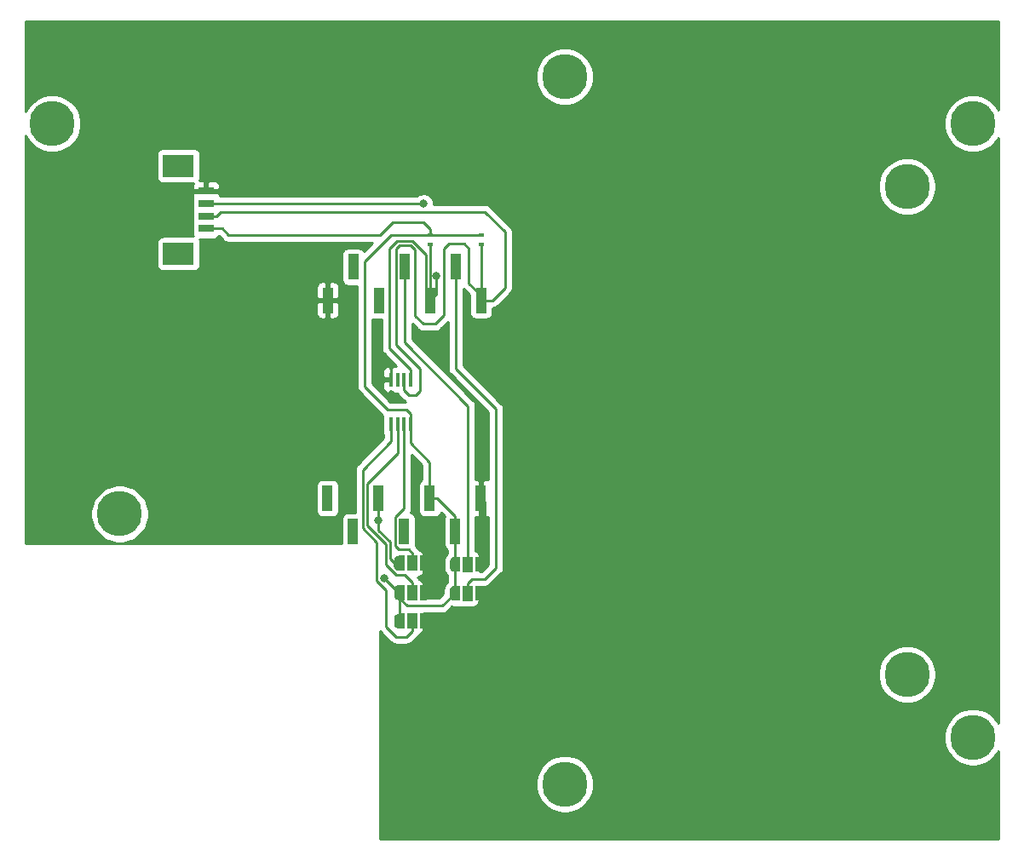
<source format=gbr>
G04 #@! TF.GenerationSoftware,KiCad,Pcbnew,(5.1.2)-2*
G04 #@! TF.CreationDate,2021-09-09T10:29:02-03:00*
G04 #@! TF.ProjectId,MAG_Plus,4d41475f-506c-4757-932e-6b696361645f,rev?*
G04 #@! TF.SameCoordinates,Original*
G04 #@! TF.FileFunction,Copper,L1,Top*
G04 #@! TF.FilePolarity,Positive*
%FSLAX46Y46*%
G04 Gerber Fmt 4.6, Leading zero omitted, Abs format (unit mm)*
G04 Created by KiCad (PCBNEW (5.1.2)-2) date 2021-09-09 10:29:02*
%MOMM*%
%LPD*%
G04 APERTURE LIST*
%ADD10C,4.500000*%
%ADD11C,0.500000*%
%ADD12C,0.100000*%
%ADD13R,1.000000X1.500000*%
%ADD14R,1.000000X2.510000*%
%ADD15R,3.100000X2.200000*%
%ADD16R,1.500000X0.800000*%
%ADD17R,0.450000X1.450000*%
%ADD18R,0.600000X0.400000*%
%ADD19C,0.800000*%
%ADD20C,0.250000*%
%ADD21C,0.254000*%
G04 APERTURE END LIST*
D10*
X468490000Y-86270000D03*
X553290000Y-47470000D03*
X461790000Y-47470000D03*
X553290000Y-108470000D03*
X546740000Y-53730000D03*
X546740000Y-102230000D03*
X512730000Y-42800000D03*
X512730000Y-113130000D03*
D11*
X496260000Y-94090000D03*
D12*
G36*
X496810000Y-94840000D02*
G01*
X496260000Y-94840000D01*
X496260000Y-94839398D01*
X496235466Y-94839398D01*
X496186635Y-94834588D01*
X496138510Y-94825016D01*
X496091555Y-94810772D01*
X496046222Y-94791995D01*
X496002949Y-94768864D01*
X495962150Y-94741604D01*
X495924221Y-94710476D01*
X495889524Y-94675779D01*
X495858396Y-94637850D01*
X495831136Y-94597051D01*
X495808005Y-94553778D01*
X495789228Y-94508445D01*
X495774984Y-94461490D01*
X495765412Y-94413365D01*
X495760602Y-94364534D01*
X495760602Y-94340000D01*
X495760000Y-94340000D01*
X495760000Y-93840000D01*
X495760602Y-93840000D01*
X495760602Y-93815466D01*
X495765412Y-93766635D01*
X495774984Y-93718510D01*
X495789228Y-93671555D01*
X495808005Y-93626222D01*
X495831136Y-93582949D01*
X495858396Y-93542150D01*
X495889524Y-93504221D01*
X495924221Y-93469524D01*
X495962150Y-93438396D01*
X496002949Y-93411136D01*
X496046222Y-93388005D01*
X496091555Y-93369228D01*
X496138510Y-93354984D01*
X496186635Y-93345412D01*
X496235466Y-93340602D01*
X496260000Y-93340602D01*
X496260000Y-93340000D01*
X496810000Y-93340000D01*
X496810000Y-94840000D01*
X496810000Y-94840000D01*
G37*
D11*
X498860000Y-94090000D03*
D12*
G36*
X498860000Y-93340602D02*
G01*
X498884534Y-93340602D01*
X498933365Y-93345412D01*
X498981490Y-93354984D01*
X499028445Y-93369228D01*
X499073778Y-93388005D01*
X499117051Y-93411136D01*
X499157850Y-93438396D01*
X499195779Y-93469524D01*
X499230476Y-93504221D01*
X499261604Y-93542150D01*
X499288864Y-93582949D01*
X499311995Y-93626222D01*
X499330772Y-93671555D01*
X499345016Y-93718510D01*
X499354588Y-93766635D01*
X499359398Y-93815466D01*
X499359398Y-93840000D01*
X499360000Y-93840000D01*
X499360000Y-94340000D01*
X499359398Y-94340000D01*
X499359398Y-94364534D01*
X499354588Y-94413365D01*
X499345016Y-94461490D01*
X499330772Y-94508445D01*
X499311995Y-94553778D01*
X499288864Y-94597051D01*
X499261604Y-94637850D01*
X499230476Y-94675779D01*
X499195779Y-94710476D01*
X499157850Y-94741604D01*
X499117051Y-94768864D01*
X499073778Y-94791995D01*
X499028445Y-94810772D01*
X498981490Y-94825016D01*
X498933365Y-94834588D01*
X498884534Y-94839398D01*
X498860000Y-94839398D01*
X498860000Y-94840000D01*
X498310000Y-94840000D01*
X498310000Y-93340000D01*
X498860000Y-93340000D01*
X498860000Y-93340602D01*
X498860000Y-93340602D01*
G37*
D13*
X497560000Y-94090000D03*
D14*
X489170000Y-65025000D03*
X494250000Y-65025000D03*
X499330000Y-65025000D03*
X504410000Y-65025000D03*
X491710000Y-61715000D03*
X496790000Y-61715000D03*
X501870000Y-61715000D03*
D15*
X474335000Y-60405000D03*
X474335000Y-51655000D03*
D16*
X477085000Y-57905000D03*
X477085000Y-56655000D03*
X477085000Y-55405000D03*
X477085000Y-54155000D03*
D11*
X501810000Y-91280000D03*
D12*
G36*
X502360000Y-92030000D02*
G01*
X501810000Y-92030000D01*
X501810000Y-92029398D01*
X501785466Y-92029398D01*
X501736635Y-92024588D01*
X501688510Y-92015016D01*
X501641555Y-92000772D01*
X501596222Y-91981995D01*
X501552949Y-91958864D01*
X501512150Y-91931604D01*
X501474221Y-91900476D01*
X501439524Y-91865779D01*
X501408396Y-91827850D01*
X501381136Y-91787051D01*
X501358005Y-91743778D01*
X501339228Y-91698445D01*
X501324984Y-91651490D01*
X501315412Y-91603365D01*
X501310602Y-91554534D01*
X501310602Y-91530000D01*
X501310000Y-91530000D01*
X501310000Y-91030000D01*
X501310602Y-91030000D01*
X501310602Y-91005466D01*
X501315412Y-90956635D01*
X501324984Y-90908510D01*
X501339228Y-90861555D01*
X501358005Y-90816222D01*
X501381136Y-90772949D01*
X501408396Y-90732150D01*
X501439524Y-90694221D01*
X501474221Y-90659524D01*
X501512150Y-90628396D01*
X501552949Y-90601136D01*
X501596222Y-90578005D01*
X501641555Y-90559228D01*
X501688510Y-90544984D01*
X501736635Y-90535412D01*
X501785466Y-90530602D01*
X501810000Y-90530602D01*
X501810000Y-90530000D01*
X502360000Y-90530000D01*
X502360000Y-92030000D01*
X502360000Y-92030000D01*
G37*
D11*
X504410000Y-91280000D03*
D12*
G36*
X504410000Y-90530602D02*
G01*
X504434534Y-90530602D01*
X504483365Y-90535412D01*
X504531490Y-90544984D01*
X504578445Y-90559228D01*
X504623778Y-90578005D01*
X504667051Y-90601136D01*
X504707850Y-90628396D01*
X504745779Y-90659524D01*
X504780476Y-90694221D01*
X504811604Y-90732150D01*
X504838864Y-90772949D01*
X504861995Y-90816222D01*
X504880772Y-90861555D01*
X504895016Y-90908510D01*
X504904588Y-90956635D01*
X504909398Y-91005466D01*
X504909398Y-91030000D01*
X504910000Y-91030000D01*
X504910000Y-91530000D01*
X504909398Y-91530000D01*
X504909398Y-91554534D01*
X504904588Y-91603365D01*
X504895016Y-91651490D01*
X504880772Y-91698445D01*
X504861995Y-91743778D01*
X504838864Y-91787051D01*
X504811604Y-91827850D01*
X504780476Y-91865779D01*
X504745779Y-91900476D01*
X504707850Y-91931604D01*
X504667051Y-91958864D01*
X504623778Y-91981995D01*
X504578445Y-92000772D01*
X504531490Y-92015016D01*
X504483365Y-92024588D01*
X504434534Y-92029398D01*
X504410000Y-92029398D01*
X504410000Y-92030000D01*
X503860000Y-92030000D01*
X503860000Y-90530000D01*
X504410000Y-90530000D01*
X504410000Y-90530602D01*
X504410000Y-90530602D01*
G37*
D13*
X503110000Y-91280000D03*
D14*
X491690000Y-88025000D03*
X496770000Y-88025000D03*
X501850000Y-88025000D03*
X489150000Y-84715000D03*
X494230000Y-84715000D03*
X499310000Y-84715000D03*
X504390000Y-84715000D03*
D17*
X497420000Y-72910000D03*
X496770000Y-72910000D03*
X496120000Y-72910000D03*
X495470000Y-72910000D03*
X495470000Y-77310000D03*
X496120000Y-77310000D03*
X496770000Y-77310000D03*
X497420000Y-77310000D03*
D18*
X499330000Y-58550000D03*
X499330000Y-59450000D03*
X504420000Y-59440000D03*
X504420000Y-58540000D03*
D13*
X503090000Y-94150000D03*
D11*
X504390000Y-94150000D03*
D12*
G36*
X504390000Y-93400602D02*
G01*
X504414534Y-93400602D01*
X504463365Y-93405412D01*
X504511490Y-93414984D01*
X504558445Y-93429228D01*
X504603778Y-93448005D01*
X504647051Y-93471136D01*
X504687850Y-93498396D01*
X504725779Y-93529524D01*
X504760476Y-93564221D01*
X504791604Y-93602150D01*
X504818864Y-93642949D01*
X504841995Y-93686222D01*
X504860772Y-93731555D01*
X504875016Y-93778510D01*
X504884588Y-93826635D01*
X504889398Y-93875466D01*
X504889398Y-93900000D01*
X504890000Y-93900000D01*
X504890000Y-94400000D01*
X504889398Y-94400000D01*
X504889398Y-94424534D01*
X504884588Y-94473365D01*
X504875016Y-94521490D01*
X504860772Y-94568445D01*
X504841995Y-94613778D01*
X504818864Y-94657051D01*
X504791604Y-94697850D01*
X504760476Y-94735779D01*
X504725779Y-94770476D01*
X504687850Y-94801604D01*
X504647051Y-94828864D01*
X504603778Y-94851995D01*
X504558445Y-94870772D01*
X504511490Y-94885016D01*
X504463365Y-94894588D01*
X504414534Y-94899398D01*
X504390000Y-94899398D01*
X504390000Y-94900000D01*
X503840000Y-94900000D01*
X503840000Y-93400000D01*
X504390000Y-93400000D01*
X504390000Y-93400602D01*
X504390000Y-93400602D01*
G37*
D11*
X501790000Y-94150000D03*
D12*
G36*
X502340000Y-94900000D02*
G01*
X501790000Y-94900000D01*
X501790000Y-94899398D01*
X501765466Y-94899398D01*
X501716635Y-94894588D01*
X501668510Y-94885016D01*
X501621555Y-94870772D01*
X501576222Y-94851995D01*
X501532949Y-94828864D01*
X501492150Y-94801604D01*
X501454221Y-94770476D01*
X501419524Y-94735779D01*
X501388396Y-94697850D01*
X501361136Y-94657051D01*
X501338005Y-94613778D01*
X501319228Y-94568445D01*
X501304984Y-94521490D01*
X501295412Y-94473365D01*
X501290602Y-94424534D01*
X501290602Y-94400000D01*
X501290000Y-94400000D01*
X501290000Y-93900000D01*
X501290602Y-93900000D01*
X501290602Y-93875466D01*
X501295412Y-93826635D01*
X501304984Y-93778510D01*
X501319228Y-93731555D01*
X501338005Y-93686222D01*
X501361136Y-93642949D01*
X501388396Y-93602150D01*
X501419524Y-93564221D01*
X501454221Y-93529524D01*
X501492150Y-93498396D01*
X501532949Y-93471136D01*
X501576222Y-93448005D01*
X501621555Y-93429228D01*
X501668510Y-93414984D01*
X501716635Y-93405412D01*
X501765466Y-93400602D01*
X501790000Y-93400602D01*
X501790000Y-93400000D01*
X502340000Y-93400000D01*
X502340000Y-94900000D01*
X502340000Y-94900000D01*
G37*
D13*
X497570000Y-96920000D03*
D11*
X498870000Y-96920000D03*
D12*
G36*
X498870000Y-96170602D02*
G01*
X498894534Y-96170602D01*
X498943365Y-96175412D01*
X498991490Y-96184984D01*
X499038445Y-96199228D01*
X499083778Y-96218005D01*
X499127051Y-96241136D01*
X499167850Y-96268396D01*
X499205779Y-96299524D01*
X499240476Y-96334221D01*
X499271604Y-96372150D01*
X499298864Y-96412949D01*
X499321995Y-96456222D01*
X499340772Y-96501555D01*
X499355016Y-96548510D01*
X499364588Y-96596635D01*
X499369398Y-96645466D01*
X499369398Y-96670000D01*
X499370000Y-96670000D01*
X499370000Y-97170000D01*
X499369398Y-97170000D01*
X499369398Y-97194534D01*
X499364588Y-97243365D01*
X499355016Y-97291490D01*
X499340772Y-97338445D01*
X499321995Y-97383778D01*
X499298864Y-97427051D01*
X499271604Y-97467850D01*
X499240476Y-97505779D01*
X499205779Y-97540476D01*
X499167850Y-97571604D01*
X499127051Y-97598864D01*
X499083778Y-97621995D01*
X499038445Y-97640772D01*
X498991490Y-97655016D01*
X498943365Y-97664588D01*
X498894534Y-97669398D01*
X498870000Y-97669398D01*
X498870000Y-97670000D01*
X498320000Y-97670000D01*
X498320000Y-96170000D01*
X498870000Y-96170000D01*
X498870000Y-96170602D01*
X498870000Y-96170602D01*
G37*
D11*
X496270000Y-96920000D03*
D12*
G36*
X496820000Y-97670000D02*
G01*
X496270000Y-97670000D01*
X496270000Y-97669398D01*
X496245466Y-97669398D01*
X496196635Y-97664588D01*
X496148510Y-97655016D01*
X496101555Y-97640772D01*
X496056222Y-97621995D01*
X496012949Y-97598864D01*
X495972150Y-97571604D01*
X495934221Y-97540476D01*
X495899524Y-97505779D01*
X495868396Y-97467850D01*
X495841136Y-97427051D01*
X495818005Y-97383778D01*
X495799228Y-97338445D01*
X495784984Y-97291490D01*
X495775412Y-97243365D01*
X495770602Y-97194534D01*
X495770602Y-97170000D01*
X495770000Y-97170000D01*
X495770000Y-96670000D01*
X495770602Y-96670000D01*
X495770602Y-96645466D01*
X495775412Y-96596635D01*
X495784984Y-96548510D01*
X495799228Y-96501555D01*
X495818005Y-96456222D01*
X495841136Y-96412949D01*
X495868396Y-96372150D01*
X495899524Y-96334221D01*
X495934221Y-96299524D01*
X495972150Y-96268396D01*
X496012949Y-96241136D01*
X496056222Y-96218005D01*
X496101555Y-96199228D01*
X496148510Y-96184984D01*
X496196635Y-96175412D01*
X496245466Y-96170602D01*
X496270000Y-96170602D01*
X496270000Y-96170000D01*
X496820000Y-96170000D01*
X496820000Y-97670000D01*
X496820000Y-97670000D01*
G37*
D11*
X496250000Y-91170000D03*
D12*
G36*
X496800000Y-91920000D02*
G01*
X496250000Y-91920000D01*
X496250000Y-91919398D01*
X496225466Y-91919398D01*
X496176635Y-91914588D01*
X496128510Y-91905016D01*
X496081555Y-91890772D01*
X496036222Y-91871995D01*
X495992949Y-91848864D01*
X495952150Y-91821604D01*
X495914221Y-91790476D01*
X495879524Y-91755779D01*
X495848396Y-91717850D01*
X495821136Y-91677051D01*
X495798005Y-91633778D01*
X495779228Y-91588445D01*
X495764984Y-91541490D01*
X495755412Y-91493365D01*
X495750602Y-91444534D01*
X495750602Y-91420000D01*
X495750000Y-91420000D01*
X495750000Y-90920000D01*
X495750602Y-90920000D01*
X495750602Y-90895466D01*
X495755412Y-90846635D01*
X495764984Y-90798510D01*
X495779228Y-90751555D01*
X495798005Y-90706222D01*
X495821136Y-90662949D01*
X495848396Y-90622150D01*
X495879524Y-90584221D01*
X495914221Y-90549524D01*
X495952150Y-90518396D01*
X495992949Y-90491136D01*
X496036222Y-90468005D01*
X496081555Y-90449228D01*
X496128510Y-90434984D01*
X496176635Y-90425412D01*
X496225466Y-90420602D01*
X496250000Y-90420602D01*
X496250000Y-90420000D01*
X496800000Y-90420000D01*
X496800000Y-91920000D01*
X496800000Y-91920000D01*
G37*
D11*
X498850000Y-91170000D03*
D12*
G36*
X498850000Y-90420602D02*
G01*
X498874534Y-90420602D01*
X498923365Y-90425412D01*
X498971490Y-90434984D01*
X499018445Y-90449228D01*
X499063778Y-90468005D01*
X499107051Y-90491136D01*
X499147850Y-90518396D01*
X499185779Y-90549524D01*
X499220476Y-90584221D01*
X499251604Y-90622150D01*
X499278864Y-90662949D01*
X499301995Y-90706222D01*
X499320772Y-90751555D01*
X499335016Y-90798510D01*
X499344588Y-90846635D01*
X499349398Y-90895466D01*
X499349398Y-90920000D01*
X499350000Y-90920000D01*
X499350000Y-91420000D01*
X499349398Y-91420000D01*
X499349398Y-91444534D01*
X499344588Y-91493365D01*
X499335016Y-91541490D01*
X499320772Y-91588445D01*
X499301995Y-91633778D01*
X499278864Y-91677051D01*
X499251604Y-91717850D01*
X499220476Y-91755779D01*
X499185779Y-91790476D01*
X499147850Y-91821604D01*
X499107051Y-91848864D01*
X499063778Y-91871995D01*
X499018445Y-91890772D01*
X498971490Y-91905016D01*
X498923365Y-91914588D01*
X498874534Y-91919398D01*
X498850000Y-91919398D01*
X498850000Y-91920000D01*
X498300000Y-91920000D01*
X498300000Y-90420000D01*
X498850000Y-90420000D01*
X498850000Y-90420602D01*
X498850000Y-90420602D01*
G37*
D13*
X497550000Y-91170000D03*
D19*
X498700000Y-55440000D03*
X499945000Y-62600000D03*
X507350000Y-92220000D03*
X504740000Y-87450000D03*
X499760000Y-88650000D03*
X501840000Y-97150000D03*
X494220000Y-70260000D03*
X489580000Y-68540000D03*
X494230002Y-86930000D03*
X494770000Y-92630000D03*
D20*
X504410000Y-65025000D02*
X504410000Y-59450000D01*
X504410000Y-59450000D02*
X504420000Y-59440000D01*
X497410000Y-59600000D02*
X497829990Y-60019990D01*
X503200000Y-63350000D02*
X504410000Y-64560000D01*
X498640000Y-67370000D02*
X499830000Y-67370000D01*
X500670000Y-59940000D02*
X501180000Y-59430000D01*
X498330000Y-71850000D02*
X495964999Y-69484999D01*
X502710000Y-59430000D02*
X503200000Y-59920000D01*
X503200000Y-59920000D02*
X503200000Y-63350000D01*
X501180000Y-59430000D02*
X502710000Y-59430000D01*
X495964999Y-69484999D02*
X495964999Y-59915001D01*
X497829990Y-66559990D02*
X498640000Y-67370000D01*
X500670000Y-66530000D02*
X500670000Y-59940000D01*
X496280000Y-59600000D02*
X497410000Y-59600000D01*
X497829990Y-60019990D02*
X497829990Y-66559990D01*
X497900000Y-74430000D02*
X498330000Y-74000000D01*
X498330000Y-74000000D02*
X498330000Y-71850000D01*
X496770000Y-73950000D02*
X497250000Y-74430000D01*
X496770000Y-72910000D02*
X496770000Y-73950000D01*
X499830000Y-67370000D02*
X500670000Y-66530000D01*
X495964999Y-59915001D02*
X496280000Y-59600000D01*
X504410000Y-64560000D02*
X504410000Y-65025000D01*
X497250000Y-74430000D02*
X497900000Y-74430000D01*
X478085000Y-56655000D02*
X478510000Y-56230000D01*
X477085000Y-56655000D02*
X478085000Y-56655000D01*
X478510000Y-56230000D02*
X504780000Y-56230000D01*
X504780000Y-56230000D02*
X506790000Y-58240000D01*
X506790000Y-58240000D02*
X506790000Y-63760000D01*
X505525000Y-65025000D02*
X504410000Y-65025000D01*
X506790000Y-63760000D02*
X505525000Y-65025000D01*
X497556411Y-59110000D02*
X496030000Y-59110000D01*
X497420000Y-71935000D02*
X497420000Y-72910000D01*
X495270000Y-69785000D02*
X497420000Y-71935000D01*
X496030000Y-59110000D02*
X495270000Y-59870000D01*
X498940000Y-60493589D02*
X497556411Y-59110000D01*
X499330000Y-65025000D02*
X498940000Y-64635000D01*
X495270000Y-59870000D02*
X495270000Y-69785000D01*
X498940000Y-64635000D02*
X498940000Y-60493589D01*
X499330000Y-65025000D02*
X499330000Y-59450000D01*
X477085000Y-55405000D02*
X498665000Y-55405000D01*
X498665000Y-55405000D02*
X498700000Y-55440000D01*
X499945000Y-64410000D02*
X499330000Y-65025000D01*
X499945000Y-62600000D02*
X499945000Y-64410000D01*
X504390000Y-94150000D02*
X505420000Y-94150000D01*
X505420000Y-94150000D02*
X507350000Y-92220000D01*
X504740000Y-85065000D02*
X504390000Y-84715000D01*
X504740000Y-87450000D02*
X504740000Y-85065000D01*
X498850000Y-91170000D02*
X498850000Y-89560000D01*
X498850000Y-89560000D02*
X499760000Y-88650000D01*
X499100000Y-97150000D02*
X498870000Y-96920000D01*
X501840000Y-97150000D02*
X499100000Y-97150000D01*
X495470000Y-72910000D02*
X495470000Y-71510000D01*
X495470000Y-71510000D02*
X494220000Y-70260000D01*
X489220000Y-65075000D02*
X489170000Y-65025000D01*
X489580000Y-68540000D02*
X489220000Y-68180000D01*
X489220000Y-68180000D02*
X489220000Y-65075000D01*
X494010000Y-84935000D02*
X494230000Y-84715000D01*
X499310000Y-84715000D02*
X499310000Y-81110000D01*
X497420000Y-79220000D02*
X497420000Y-77310000D01*
X499310000Y-81110000D02*
X497420000Y-79220000D01*
X501850000Y-86520000D02*
X501850000Y-88025000D01*
X501850000Y-86505000D02*
X501850000Y-86520000D01*
X500060000Y-84715000D02*
X501850000Y-86505000D01*
X499310000Y-84715000D02*
X500060000Y-84715000D01*
X504410000Y-58550000D02*
X504420000Y-58540000D01*
X499330000Y-58550000D02*
X504410000Y-58550000D01*
X501790000Y-91300000D02*
X501810000Y-91280000D01*
X501790000Y-94150000D02*
X501790000Y-91300000D01*
X501810000Y-91280000D02*
X501810000Y-88065000D01*
X501810000Y-88065000D02*
X501850000Y-88025000D01*
X498780000Y-58550000D02*
X499330000Y-58550000D01*
X497420000Y-76335000D02*
X496955000Y-75870000D01*
X492830000Y-61190000D02*
X495470000Y-58550000D01*
X492830000Y-73600000D02*
X492830000Y-61190000D01*
X497420000Y-77310000D02*
X497420000Y-76335000D01*
X495470000Y-58550000D02*
X498780000Y-58550000D01*
X495100000Y-75870000D02*
X492830000Y-73600000D01*
X496955000Y-75870000D02*
X495100000Y-75870000D01*
X496270000Y-94100000D02*
X496260000Y-94090000D01*
X496270000Y-96920000D02*
X496270000Y-94100000D01*
X496260000Y-94590000D02*
X496260000Y-94090000D01*
X497080000Y-95410000D02*
X496260000Y-94590000D01*
X501790000Y-94150000D02*
X500530000Y-95410000D01*
X500530000Y-95410000D02*
X497080000Y-95410000D01*
X499330000Y-57970000D02*
X499330000Y-58550000D01*
X478675000Y-57905000D02*
X479320000Y-58550000D01*
X477085000Y-57905000D02*
X478675000Y-57905000D01*
X479320000Y-58550000D02*
X494350000Y-58550000D01*
X494350000Y-58550000D02*
X495620000Y-57280000D01*
X495620000Y-57280000D02*
X498640000Y-57280000D01*
X498640000Y-57280000D02*
X499330000Y-57970000D01*
X494230000Y-84715000D02*
X494230000Y-86929998D01*
X494230000Y-86929998D02*
X494230002Y-86930000D01*
X494230000Y-86220000D02*
X494230000Y-84715000D01*
X495890000Y-91190000D02*
X495400022Y-90700022D01*
X494230000Y-87893589D02*
X494230000Y-86220000D01*
X495400022Y-89063611D02*
X494230000Y-87893589D01*
X495400022Y-90700022D02*
X495400022Y-89063611D01*
X496260000Y-94090000D02*
X494800000Y-92630000D01*
X494800000Y-92630000D02*
X494770000Y-92630000D01*
X503110000Y-75530000D02*
X496790000Y-69210000D01*
X503110000Y-91280000D02*
X503110000Y-75530000D01*
X496790000Y-69210000D02*
X496790000Y-61715000D01*
X501870000Y-61715000D02*
X501870000Y-71820000D01*
X501870000Y-71820000D02*
X505890000Y-75840000D01*
X505890000Y-75840000D02*
X505890000Y-91620000D01*
X503090000Y-93150000D02*
X503090000Y-94150000D01*
X505890000Y-91620000D02*
X504760000Y-92750000D01*
X504760000Y-92750000D02*
X503490000Y-92750000D01*
X503490000Y-92750000D02*
X503090000Y-93150000D01*
X497190000Y-91190000D02*
X497190000Y-90780000D01*
X496770000Y-78285000D02*
X496770000Y-77310000D01*
X496770000Y-85686410D02*
X496770000Y-78285000D01*
X497550000Y-91170000D02*
X497550000Y-90170000D01*
X497210000Y-89830000D02*
X496240000Y-89830000D01*
X496240000Y-89830000D02*
X495870000Y-89460000D01*
X497550000Y-90170000D02*
X497210000Y-89830000D01*
X495870000Y-89460000D02*
X495870000Y-86586410D01*
X495870000Y-86586410D02*
X496770000Y-85686410D01*
X495470000Y-78285000D02*
X495470000Y-77310000D01*
X495470000Y-79050000D02*
X495470000Y-78285000D01*
X492630000Y-81890000D02*
X495470000Y-79050000D01*
X494044998Y-89124998D02*
X492630000Y-87710000D01*
X497570000Y-97920000D02*
X497020000Y-98470000D01*
X494044998Y-92958001D02*
X494044998Y-89124998D01*
X497570000Y-96920000D02*
X497570000Y-97920000D01*
X492630000Y-87710000D02*
X492630000Y-81890000D01*
X497020000Y-98470000D02*
X495960000Y-98470000D01*
X495960000Y-98470000D02*
X494950000Y-97460000D01*
X494950000Y-97460000D02*
X494950000Y-93863003D01*
X494950000Y-93863003D02*
X494044998Y-92958001D01*
X496120000Y-78285000D02*
X496120000Y-77310000D01*
X493100000Y-83250000D02*
X496120000Y-80230000D01*
X494950011Y-89250011D02*
X493100000Y-87400000D01*
X495978661Y-92311999D02*
X494950011Y-91283349D01*
X496781999Y-92311999D02*
X495978661Y-92311999D01*
X497560000Y-93090000D02*
X496781999Y-92311999D01*
X496120000Y-80230000D02*
X496120000Y-78285000D01*
X494950011Y-91283349D02*
X494950011Y-89250011D01*
X493100000Y-87400000D02*
X493100000Y-83250000D01*
X497560000Y-94090000D02*
X497560000Y-93090000D01*
D21*
G36*
X555830000Y-46078516D02*
G01*
X555530926Y-45630920D01*
X555129080Y-45229074D01*
X554656560Y-44913346D01*
X554131523Y-44695869D01*
X553574148Y-44585000D01*
X553005852Y-44585000D01*
X552448477Y-44695869D01*
X551923440Y-44913346D01*
X551450920Y-45229074D01*
X551049074Y-45630920D01*
X550733346Y-46103440D01*
X550515869Y-46628477D01*
X550405000Y-47185852D01*
X550405000Y-47754148D01*
X550515869Y-48311523D01*
X550733346Y-48836560D01*
X551049074Y-49309080D01*
X551450920Y-49710926D01*
X551923440Y-50026654D01*
X552448477Y-50244131D01*
X553005852Y-50355000D01*
X553574148Y-50355000D01*
X554131523Y-50244131D01*
X554656560Y-50026654D01*
X555129080Y-49710926D01*
X555530926Y-49309080D01*
X555830000Y-48861484D01*
X555830001Y-107078517D01*
X555530926Y-106630920D01*
X555129080Y-106229074D01*
X554656560Y-105913346D01*
X554131523Y-105695869D01*
X553574148Y-105585000D01*
X553005852Y-105585000D01*
X552448477Y-105695869D01*
X551923440Y-105913346D01*
X551450920Y-106229074D01*
X551049074Y-106630920D01*
X550733346Y-107103440D01*
X550515869Y-107628477D01*
X550405000Y-108185852D01*
X550405000Y-108754148D01*
X550515869Y-109311523D01*
X550733346Y-109836560D01*
X551049074Y-110309080D01*
X551450920Y-110710926D01*
X551923440Y-111026654D01*
X552448477Y-111244131D01*
X553005852Y-111355000D01*
X553574148Y-111355000D01*
X554131523Y-111244131D01*
X554656560Y-111026654D01*
X555129080Y-110710926D01*
X555530926Y-110309080D01*
X555830001Y-109861483D01*
X555830001Y-118610000D01*
X494330448Y-118610000D01*
X494334369Y-112845852D01*
X509845000Y-112845852D01*
X509845000Y-113414148D01*
X509955869Y-113971523D01*
X510173346Y-114496560D01*
X510489074Y-114969080D01*
X510890920Y-115370926D01*
X511363440Y-115686654D01*
X511888477Y-115904131D01*
X512445852Y-116015000D01*
X513014148Y-116015000D01*
X513571523Y-115904131D01*
X514096560Y-115686654D01*
X514569080Y-115370926D01*
X514970926Y-114969080D01*
X515286654Y-114496560D01*
X515504131Y-113971523D01*
X515615000Y-113414148D01*
X515615000Y-112845852D01*
X515504131Y-112288477D01*
X515286654Y-111763440D01*
X514970926Y-111290920D01*
X514569080Y-110889074D01*
X514096560Y-110573346D01*
X513571523Y-110355869D01*
X513014148Y-110245000D01*
X512445852Y-110245000D01*
X511888477Y-110355869D01*
X511363440Y-110573346D01*
X510890920Y-110889074D01*
X510489074Y-111290920D01*
X510173346Y-111763440D01*
X509955869Y-112288477D01*
X509845000Y-112845852D01*
X494334369Y-112845852D01*
X494341784Y-101945852D01*
X543855000Y-101945852D01*
X543855000Y-102514148D01*
X543965869Y-103071523D01*
X544183346Y-103596560D01*
X544499074Y-104069080D01*
X544900920Y-104470926D01*
X545373440Y-104786654D01*
X545898477Y-105004131D01*
X546455852Y-105115000D01*
X547024148Y-105115000D01*
X547581523Y-105004131D01*
X548106560Y-104786654D01*
X548579080Y-104470926D01*
X548980926Y-104069080D01*
X549296654Y-103596560D01*
X549514131Y-103071523D01*
X549625000Y-102514148D01*
X549625000Y-101945852D01*
X549514131Y-101388477D01*
X549296654Y-100863440D01*
X548980926Y-100390920D01*
X548579080Y-99989074D01*
X548106560Y-99673346D01*
X547581523Y-99455869D01*
X547024148Y-99345000D01*
X546455852Y-99345000D01*
X545898477Y-99455869D01*
X545373440Y-99673346D01*
X544900920Y-99989074D01*
X544499074Y-100390920D01*
X544183346Y-100863440D01*
X543965869Y-101388477D01*
X543855000Y-101945852D01*
X494341784Y-101945852D01*
X494344523Y-97920217D01*
X494409999Y-98000001D01*
X494439002Y-98023804D01*
X495396201Y-98981003D01*
X495419999Y-99010001D01*
X495535724Y-99104974D01*
X495667753Y-99175546D01*
X495811014Y-99219003D01*
X495922667Y-99230000D01*
X495922675Y-99230000D01*
X495960000Y-99233676D01*
X495997325Y-99230000D01*
X496982678Y-99230000D01*
X497020000Y-99233676D01*
X497057322Y-99230000D01*
X497057333Y-99230000D01*
X497168986Y-99219003D01*
X497312247Y-99175546D01*
X497444276Y-99104974D01*
X497560001Y-99010001D01*
X497583803Y-98980998D01*
X498081007Y-98483795D01*
X498110001Y-98460001D01*
X498133795Y-98431008D01*
X498133799Y-98431004D01*
X498204973Y-98344277D01*
X498217407Y-98321015D01*
X498237923Y-98282634D01*
X498314180Y-98259502D01*
X498424494Y-98200537D01*
X498521185Y-98121185D01*
X498600537Y-98024494D01*
X498659502Y-97914180D01*
X498695812Y-97794482D01*
X498708072Y-97670000D01*
X498708072Y-96170000D01*
X500492678Y-96170000D01*
X500530000Y-96173676D01*
X500567322Y-96170000D01*
X500567333Y-96170000D01*
X500678986Y-96159003D01*
X500822247Y-96115546D01*
X500954276Y-96044974D01*
X501070001Y-95950001D01*
X501093804Y-95920997D01*
X501512814Y-95501988D01*
X501520377Y-95504282D01*
X501616510Y-95523404D01*
X501740991Y-95535664D01*
X501765550Y-95535664D01*
X501790000Y-95538072D01*
X502340000Y-95538072D01*
X502464482Y-95525812D01*
X502465000Y-95525655D01*
X502465518Y-95525812D01*
X502590000Y-95538072D01*
X503590000Y-95538072D01*
X503714482Y-95525812D01*
X503834180Y-95489502D01*
X503944494Y-95430537D01*
X504041185Y-95351185D01*
X504120537Y-95254494D01*
X504179502Y-95144180D01*
X504215812Y-95024482D01*
X504228072Y-94900000D01*
X504228072Y-93510000D01*
X504722678Y-93510000D01*
X504760000Y-93513676D01*
X504797322Y-93510000D01*
X504797333Y-93510000D01*
X504908986Y-93499003D01*
X505052247Y-93455546D01*
X505184276Y-93384974D01*
X505300001Y-93290001D01*
X505323804Y-93260998D01*
X506401003Y-92183799D01*
X506430001Y-92160001D01*
X506524974Y-92044276D01*
X506595546Y-91912247D01*
X506639003Y-91768986D01*
X506650000Y-91657333D01*
X506650000Y-91657324D01*
X506653676Y-91620001D01*
X506650000Y-91582678D01*
X506650000Y-75877333D01*
X506653677Y-75840000D01*
X506639003Y-75691014D01*
X506595546Y-75547753D01*
X506524974Y-75415724D01*
X506453799Y-75328997D01*
X506430001Y-75299999D01*
X506401004Y-75276202D01*
X502630000Y-71505199D01*
X502630000Y-63853446D01*
X502660000Y-63890001D01*
X502688998Y-63913799D01*
X503271928Y-64496730D01*
X503271928Y-66280000D01*
X503284188Y-66404482D01*
X503320498Y-66524180D01*
X503379463Y-66634494D01*
X503458815Y-66731185D01*
X503555506Y-66810537D01*
X503665820Y-66869502D01*
X503785518Y-66905812D01*
X503910000Y-66918072D01*
X504910000Y-66918072D01*
X505034482Y-66905812D01*
X505154180Y-66869502D01*
X505264494Y-66810537D01*
X505361185Y-66731185D01*
X505440537Y-66634494D01*
X505499502Y-66524180D01*
X505535812Y-66404482D01*
X505548072Y-66280000D01*
X505548072Y-65786404D01*
X505562322Y-65785000D01*
X505562333Y-65785000D01*
X505673986Y-65774003D01*
X505817247Y-65730546D01*
X505949276Y-65659974D01*
X506065001Y-65565001D01*
X506088804Y-65535997D01*
X507301003Y-64323799D01*
X507330001Y-64300001D01*
X507403269Y-64210724D01*
X507424974Y-64184277D01*
X507495546Y-64052247D01*
X507515725Y-63985725D01*
X507539003Y-63908986D01*
X507550000Y-63797333D01*
X507550000Y-63797324D01*
X507553676Y-63760001D01*
X507550000Y-63722678D01*
X507550000Y-58277322D01*
X507553676Y-58239999D01*
X507550000Y-58202676D01*
X507550000Y-58202667D01*
X507539003Y-58091014D01*
X507495546Y-57947753D01*
X507424974Y-57815724D01*
X507330001Y-57699999D01*
X507301004Y-57676202D01*
X505343804Y-55719003D01*
X505320001Y-55689999D01*
X505204276Y-55595026D01*
X505072247Y-55524454D01*
X504928986Y-55480997D01*
X504817333Y-55470000D01*
X504817322Y-55470000D01*
X504780000Y-55466324D01*
X504742678Y-55470000D01*
X499735000Y-55470000D01*
X499735000Y-55338061D01*
X499695226Y-55138102D01*
X499617205Y-54949744D01*
X499503937Y-54780226D01*
X499359774Y-54636063D01*
X499190256Y-54522795D01*
X499001898Y-54444774D01*
X498801939Y-54405000D01*
X498598061Y-54405000D01*
X498398102Y-54444774D01*
X498209744Y-54522795D01*
X498040226Y-54636063D01*
X498031289Y-54645000D01*
X478464208Y-54645000D01*
X478473072Y-54555000D01*
X478470000Y-54440750D01*
X478311250Y-54282000D01*
X477212000Y-54282000D01*
X477212000Y-54302000D01*
X476958000Y-54302000D01*
X476958000Y-54282000D01*
X475858750Y-54282000D01*
X475700000Y-54440750D01*
X475696928Y-54555000D01*
X475709188Y-54679482D01*
X475739680Y-54780000D01*
X475709188Y-54880518D01*
X475696928Y-55005000D01*
X475696928Y-55805000D01*
X475709188Y-55929482D01*
X475739680Y-56030000D01*
X475709188Y-56130518D01*
X475696928Y-56255000D01*
X475696928Y-57055000D01*
X475709188Y-57179482D01*
X475739680Y-57280000D01*
X475709188Y-57380518D01*
X475696928Y-57505000D01*
X475696928Y-58305000D01*
X475709188Y-58429482D01*
X475745498Y-58549180D01*
X475804463Y-58659494D01*
X475810564Y-58666928D01*
X472785000Y-58666928D01*
X472660518Y-58679188D01*
X472540820Y-58715498D01*
X472430506Y-58774463D01*
X472333815Y-58853815D01*
X472254463Y-58950506D01*
X472195498Y-59060820D01*
X472159188Y-59180518D01*
X472146928Y-59305000D01*
X472146928Y-61505000D01*
X472159188Y-61629482D01*
X472195498Y-61749180D01*
X472254463Y-61859494D01*
X472333815Y-61956185D01*
X472430506Y-62035537D01*
X472540820Y-62094502D01*
X472660518Y-62130812D01*
X472785000Y-62143072D01*
X475885000Y-62143072D01*
X476009482Y-62130812D01*
X476129180Y-62094502D01*
X476239494Y-62035537D01*
X476336185Y-61956185D01*
X476415537Y-61859494D01*
X476474502Y-61749180D01*
X476510812Y-61629482D01*
X476523072Y-61505000D01*
X476523072Y-59305000D01*
X476510812Y-59180518D01*
X476474502Y-59060820D01*
X476415537Y-58950506D01*
X476409436Y-58943072D01*
X477835000Y-58943072D01*
X477959482Y-58930812D01*
X478079180Y-58894502D01*
X478189494Y-58835537D01*
X478286185Y-58756185D01*
X478360649Y-58665450D01*
X478756200Y-59061002D01*
X478779999Y-59090001D01*
X478895724Y-59184974D01*
X479027753Y-59255546D01*
X479171014Y-59299003D01*
X479282667Y-59310000D01*
X479282675Y-59310000D01*
X479320000Y-59313676D01*
X479357325Y-59310000D01*
X493635198Y-59310000D01*
X492775076Y-60170123D01*
X492740537Y-60105506D01*
X492661185Y-60008815D01*
X492564494Y-59929463D01*
X492454180Y-59870498D01*
X492334482Y-59834188D01*
X492210000Y-59821928D01*
X491210000Y-59821928D01*
X491085518Y-59834188D01*
X490965820Y-59870498D01*
X490855506Y-59929463D01*
X490758815Y-60008815D01*
X490679463Y-60105506D01*
X490620498Y-60215820D01*
X490584188Y-60335518D01*
X490571928Y-60460000D01*
X490571928Y-62970000D01*
X490584188Y-63094482D01*
X490620498Y-63214180D01*
X490679463Y-63324494D01*
X490758815Y-63421185D01*
X490855506Y-63500537D01*
X490965820Y-63559502D01*
X491085518Y-63595812D01*
X491210000Y-63608072D01*
X492070001Y-63608072D01*
X492070000Y-73562678D01*
X492066324Y-73600000D01*
X492070000Y-73637322D01*
X492070000Y-73637332D01*
X492080997Y-73748985D01*
X492096780Y-73801015D01*
X492124454Y-73892246D01*
X492195026Y-74024276D01*
X492205742Y-74037333D01*
X492289999Y-74140001D01*
X492319003Y-74163804D01*
X494536200Y-76381002D01*
X494559999Y-76410001D01*
X494619660Y-76458963D01*
X494619188Y-76460518D01*
X494606928Y-76585000D01*
X494606928Y-78035000D01*
X494619188Y-78159482D01*
X494655498Y-78279180D01*
X494710000Y-78381144D01*
X494710000Y-78735198D01*
X492118998Y-81326201D01*
X492090000Y-81349999D01*
X492066202Y-81378997D01*
X492066201Y-81378998D01*
X491995026Y-81465724D01*
X491924454Y-81597754D01*
X491880998Y-81741015D01*
X491866324Y-81890000D01*
X491870001Y-81927332D01*
X491870000Y-86131928D01*
X491190000Y-86131928D01*
X491065518Y-86144188D01*
X490945820Y-86180498D01*
X490835506Y-86239463D01*
X490738815Y-86318815D01*
X490659463Y-86415506D01*
X490600498Y-86525820D01*
X490564188Y-86645518D01*
X490551928Y-86770000D01*
X490551928Y-89210000D01*
X459150000Y-89210000D01*
X459150000Y-85985852D01*
X465605000Y-85985852D01*
X465605000Y-86554148D01*
X465715869Y-87111523D01*
X465933346Y-87636560D01*
X466249074Y-88109080D01*
X466650920Y-88510926D01*
X467123440Y-88826654D01*
X467648477Y-89044131D01*
X468205852Y-89155000D01*
X468774148Y-89155000D01*
X469331523Y-89044131D01*
X469856560Y-88826654D01*
X470329080Y-88510926D01*
X470730926Y-88109080D01*
X471046654Y-87636560D01*
X471264131Y-87111523D01*
X471375000Y-86554148D01*
X471375000Y-85985852D01*
X471264131Y-85428477D01*
X471046654Y-84903440D01*
X470730926Y-84430920D01*
X470329080Y-84029074D01*
X469856560Y-83713346D01*
X469331523Y-83495869D01*
X469151198Y-83460000D01*
X488011928Y-83460000D01*
X488011928Y-85970000D01*
X488024188Y-86094482D01*
X488060498Y-86214180D01*
X488119463Y-86324494D01*
X488198815Y-86421185D01*
X488295506Y-86500537D01*
X488405820Y-86559502D01*
X488525518Y-86595812D01*
X488650000Y-86608072D01*
X489650000Y-86608072D01*
X489774482Y-86595812D01*
X489894180Y-86559502D01*
X490004494Y-86500537D01*
X490101185Y-86421185D01*
X490180537Y-86324494D01*
X490239502Y-86214180D01*
X490275812Y-86094482D01*
X490288072Y-85970000D01*
X490288072Y-83460000D01*
X490275812Y-83335518D01*
X490239502Y-83215820D01*
X490180537Y-83105506D01*
X490101185Y-83008815D01*
X490004494Y-82929463D01*
X489894180Y-82870498D01*
X489774482Y-82834188D01*
X489650000Y-82821928D01*
X488650000Y-82821928D01*
X488525518Y-82834188D01*
X488405820Y-82870498D01*
X488295506Y-82929463D01*
X488198815Y-83008815D01*
X488119463Y-83105506D01*
X488060498Y-83215820D01*
X488024188Y-83335518D01*
X488011928Y-83460000D01*
X469151198Y-83460000D01*
X468774148Y-83385000D01*
X468205852Y-83385000D01*
X467648477Y-83495869D01*
X467123440Y-83713346D01*
X466650920Y-84029074D01*
X466249074Y-84430920D01*
X465933346Y-84903440D01*
X465715869Y-85428477D01*
X465605000Y-85985852D01*
X459150000Y-85985852D01*
X459150000Y-66280000D01*
X488031928Y-66280000D01*
X488044188Y-66404482D01*
X488080498Y-66524180D01*
X488139463Y-66634494D01*
X488218815Y-66731185D01*
X488315506Y-66810537D01*
X488425820Y-66869502D01*
X488545518Y-66905812D01*
X488670000Y-66918072D01*
X488884250Y-66915000D01*
X489043000Y-66756250D01*
X489043000Y-65152000D01*
X489297000Y-65152000D01*
X489297000Y-66756250D01*
X489455750Y-66915000D01*
X489670000Y-66918072D01*
X489794482Y-66905812D01*
X489914180Y-66869502D01*
X490024494Y-66810537D01*
X490121185Y-66731185D01*
X490200537Y-66634494D01*
X490259502Y-66524180D01*
X490295812Y-66404482D01*
X490308072Y-66280000D01*
X490305000Y-65310750D01*
X490146250Y-65152000D01*
X489297000Y-65152000D01*
X489043000Y-65152000D01*
X488193750Y-65152000D01*
X488035000Y-65310750D01*
X488031928Y-66280000D01*
X459150000Y-66280000D01*
X459150000Y-63770000D01*
X488031928Y-63770000D01*
X488035000Y-64739250D01*
X488193750Y-64898000D01*
X489043000Y-64898000D01*
X489043000Y-63293750D01*
X489297000Y-63293750D01*
X489297000Y-64898000D01*
X490146250Y-64898000D01*
X490305000Y-64739250D01*
X490308072Y-63770000D01*
X490295812Y-63645518D01*
X490259502Y-63525820D01*
X490200537Y-63415506D01*
X490121185Y-63318815D01*
X490024494Y-63239463D01*
X489914180Y-63180498D01*
X489794482Y-63144188D01*
X489670000Y-63131928D01*
X489455750Y-63135000D01*
X489297000Y-63293750D01*
X489043000Y-63293750D01*
X488884250Y-63135000D01*
X488670000Y-63131928D01*
X488545518Y-63144188D01*
X488425820Y-63180498D01*
X488315506Y-63239463D01*
X488218815Y-63318815D01*
X488139463Y-63415506D01*
X488080498Y-63525820D01*
X488044188Y-63645518D01*
X488031928Y-63770000D01*
X459150000Y-63770000D01*
X459150000Y-50555000D01*
X472146928Y-50555000D01*
X472146928Y-52755000D01*
X472159188Y-52879482D01*
X472195498Y-52999180D01*
X472254463Y-53109494D01*
X472333815Y-53206185D01*
X472430506Y-53285537D01*
X472540820Y-53344502D01*
X472660518Y-53380812D01*
X472785000Y-53393072D01*
X475810564Y-53393072D01*
X475804463Y-53400506D01*
X475745498Y-53510820D01*
X475709188Y-53630518D01*
X475696928Y-53755000D01*
X475700000Y-53869250D01*
X475858750Y-54028000D01*
X476958000Y-54028000D01*
X476958000Y-53278750D01*
X477212000Y-53278750D01*
X477212000Y-54028000D01*
X478311250Y-54028000D01*
X478470000Y-53869250D01*
X478473072Y-53755000D01*
X478460812Y-53630518D01*
X478424502Y-53510820D01*
X478389776Y-53445852D01*
X543855000Y-53445852D01*
X543855000Y-54014148D01*
X543965869Y-54571523D01*
X544183346Y-55096560D01*
X544499074Y-55569080D01*
X544900920Y-55970926D01*
X545373440Y-56286654D01*
X545898477Y-56504131D01*
X546455852Y-56615000D01*
X547024148Y-56615000D01*
X547581523Y-56504131D01*
X548106560Y-56286654D01*
X548579080Y-55970926D01*
X548980926Y-55569080D01*
X549296654Y-55096560D01*
X549514131Y-54571523D01*
X549625000Y-54014148D01*
X549625000Y-53445852D01*
X549514131Y-52888477D01*
X549296654Y-52363440D01*
X548980926Y-51890920D01*
X548579080Y-51489074D01*
X548106560Y-51173346D01*
X547581523Y-50955869D01*
X547024148Y-50845000D01*
X546455852Y-50845000D01*
X545898477Y-50955869D01*
X545373440Y-51173346D01*
X544900920Y-51489074D01*
X544499074Y-51890920D01*
X544183346Y-52363440D01*
X543965869Y-52888477D01*
X543855000Y-53445852D01*
X478389776Y-53445852D01*
X478365537Y-53400506D01*
X478286185Y-53303815D01*
X478189494Y-53224463D01*
X478079180Y-53165498D01*
X477959482Y-53129188D01*
X477835000Y-53116928D01*
X477370750Y-53120000D01*
X477212000Y-53278750D01*
X476958000Y-53278750D01*
X476799250Y-53120000D01*
X476409034Y-53117418D01*
X476415537Y-53109494D01*
X476474502Y-52999180D01*
X476510812Y-52879482D01*
X476523072Y-52755000D01*
X476523072Y-50555000D01*
X476510812Y-50430518D01*
X476474502Y-50310820D01*
X476415537Y-50200506D01*
X476336185Y-50103815D01*
X476239494Y-50024463D01*
X476129180Y-49965498D01*
X476009482Y-49929188D01*
X475885000Y-49916928D01*
X472785000Y-49916928D01*
X472660518Y-49929188D01*
X472540820Y-49965498D01*
X472430506Y-50024463D01*
X472333815Y-50103815D01*
X472254463Y-50200506D01*
X472195498Y-50310820D01*
X472159188Y-50430518D01*
X472146928Y-50555000D01*
X459150000Y-50555000D01*
X459150000Y-48635345D01*
X459233346Y-48836560D01*
X459549074Y-49309080D01*
X459950920Y-49710926D01*
X460423440Y-50026654D01*
X460948477Y-50244131D01*
X461505852Y-50355000D01*
X462074148Y-50355000D01*
X462631523Y-50244131D01*
X463156560Y-50026654D01*
X463629080Y-49710926D01*
X464030926Y-49309080D01*
X464346654Y-48836560D01*
X464564131Y-48311523D01*
X464675000Y-47754148D01*
X464675000Y-47185852D01*
X464564131Y-46628477D01*
X464346654Y-46103440D01*
X464030926Y-45630920D01*
X463629080Y-45229074D01*
X463156560Y-44913346D01*
X462631523Y-44695869D01*
X462074148Y-44585000D01*
X461505852Y-44585000D01*
X460948477Y-44695869D01*
X460423440Y-44913346D01*
X459950920Y-45229074D01*
X459549074Y-45630920D01*
X459233346Y-46103440D01*
X459150000Y-46304655D01*
X459150000Y-42515852D01*
X509845000Y-42515852D01*
X509845000Y-43084148D01*
X509955869Y-43641523D01*
X510173346Y-44166560D01*
X510489074Y-44639080D01*
X510890920Y-45040926D01*
X511363440Y-45356654D01*
X511888477Y-45574131D01*
X512445852Y-45685000D01*
X513014148Y-45685000D01*
X513571523Y-45574131D01*
X514096560Y-45356654D01*
X514569080Y-45040926D01*
X514970926Y-44639080D01*
X515286654Y-44166560D01*
X515504131Y-43641523D01*
X515615000Y-43084148D01*
X515615000Y-42515852D01*
X515504131Y-41958477D01*
X515286654Y-41433440D01*
X514970926Y-40960920D01*
X514569080Y-40559074D01*
X514096560Y-40243346D01*
X513571523Y-40025869D01*
X513014148Y-39915000D01*
X512445852Y-39915000D01*
X511888477Y-40025869D01*
X511363440Y-40243346D01*
X510890920Y-40559074D01*
X510489074Y-40960920D01*
X510173346Y-41433440D01*
X509955869Y-41958477D01*
X509845000Y-42515852D01*
X459150000Y-42515852D01*
X459150000Y-37330000D01*
X555830000Y-37330000D01*
X555830000Y-46078516D01*
X555830000Y-46078516D01*
G37*
X555830000Y-46078516D02*
X555530926Y-45630920D01*
X555129080Y-45229074D01*
X554656560Y-44913346D01*
X554131523Y-44695869D01*
X553574148Y-44585000D01*
X553005852Y-44585000D01*
X552448477Y-44695869D01*
X551923440Y-44913346D01*
X551450920Y-45229074D01*
X551049074Y-45630920D01*
X550733346Y-46103440D01*
X550515869Y-46628477D01*
X550405000Y-47185852D01*
X550405000Y-47754148D01*
X550515869Y-48311523D01*
X550733346Y-48836560D01*
X551049074Y-49309080D01*
X551450920Y-49710926D01*
X551923440Y-50026654D01*
X552448477Y-50244131D01*
X553005852Y-50355000D01*
X553574148Y-50355000D01*
X554131523Y-50244131D01*
X554656560Y-50026654D01*
X555129080Y-49710926D01*
X555530926Y-49309080D01*
X555830000Y-48861484D01*
X555830001Y-107078517D01*
X555530926Y-106630920D01*
X555129080Y-106229074D01*
X554656560Y-105913346D01*
X554131523Y-105695869D01*
X553574148Y-105585000D01*
X553005852Y-105585000D01*
X552448477Y-105695869D01*
X551923440Y-105913346D01*
X551450920Y-106229074D01*
X551049074Y-106630920D01*
X550733346Y-107103440D01*
X550515869Y-107628477D01*
X550405000Y-108185852D01*
X550405000Y-108754148D01*
X550515869Y-109311523D01*
X550733346Y-109836560D01*
X551049074Y-110309080D01*
X551450920Y-110710926D01*
X551923440Y-111026654D01*
X552448477Y-111244131D01*
X553005852Y-111355000D01*
X553574148Y-111355000D01*
X554131523Y-111244131D01*
X554656560Y-111026654D01*
X555129080Y-110710926D01*
X555530926Y-110309080D01*
X555830001Y-109861483D01*
X555830001Y-118610000D01*
X494330448Y-118610000D01*
X494334369Y-112845852D01*
X509845000Y-112845852D01*
X509845000Y-113414148D01*
X509955869Y-113971523D01*
X510173346Y-114496560D01*
X510489074Y-114969080D01*
X510890920Y-115370926D01*
X511363440Y-115686654D01*
X511888477Y-115904131D01*
X512445852Y-116015000D01*
X513014148Y-116015000D01*
X513571523Y-115904131D01*
X514096560Y-115686654D01*
X514569080Y-115370926D01*
X514970926Y-114969080D01*
X515286654Y-114496560D01*
X515504131Y-113971523D01*
X515615000Y-113414148D01*
X515615000Y-112845852D01*
X515504131Y-112288477D01*
X515286654Y-111763440D01*
X514970926Y-111290920D01*
X514569080Y-110889074D01*
X514096560Y-110573346D01*
X513571523Y-110355869D01*
X513014148Y-110245000D01*
X512445852Y-110245000D01*
X511888477Y-110355869D01*
X511363440Y-110573346D01*
X510890920Y-110889074D01*
X510489074Y-111290920D01*
X510173346Y-111763440D01*
X509955869Y-112288477D01*
X509845000Y-112845852D01*
X494334369Y-112845852D01*
X494341784Y-101945852D01*
X543855000Y-101945852D01*
X543855000Y-102514148D01*
X543965869Y-103071523D01*
X544183346Y-103596560D01*
X544499074Y-104069080D01*
X544900920Y-104470926D01*
X545373440Y-104786654D01*
X545898477Y-105004131D01*
X546455852Y-105115000D01*
X547024148Y-105115000D01*
X547581523Y-105004131D01*
X548106560Y-104786654D01*
X548579080Y-104470926D01*
X548980926Y-104069080D01*
X549296654Y-103596560D01*
X549514131Y-103071523D01*
X549625000Y-102514148D01*
X549625000Y-101945852D01*
X549514131Y-101388477D01*
X549296654Y-100863440D01*
X548980926Y-100390920D01*
X548579080Y-99989074D01*
X548106560Y-99673346D01*
X547581523Y-99455869D01*
X547024148Y-99345000D01*
X546455852Y-99345000D01*
X545898477Y-99455869D01*
X545373440Y-99673346D01*
X544900920Y-99989074D01*
X544499074Y-100390920D01*
X544183346Y-100863440D01*
X543965869Y-101388477D01*
X543855000Y-101945852D01*
X494341784Y-101945852D01*
X494344523Y-97920217D01*
X494409999Y-98000001D01*
X494439002Y-98023804D01*
X495396201Y-98981003D01*
X495419999Y-99010001D01*
X495535724Y-99104974D01*
X495667753Y-99175546D01*
X495811014Y-99219003D01*
X495922667Y-99230000D01*
X495922675Y-99230000D01*
X495960000Y-99233676D01*
X495997325Y-99230000D01*
X496982678Y-99230000D01*
X497020000Y-99233676D01*
X497057322Y-99230000D01*
X497057333Y-99230000D01*
X497168986Y-99219003D01*
X497312247Y-99175546D01*
X497444276Y-99104974D01*
X497560001Y-99010001D01*
X497583803Y-98980998D01*
X498081007Y-98483795D01*
X498110001Y-98460001D01*
X498133795Y-98431008D01*
X498133799Y-98431004D01*
X498204973Y-98344277D01*
X498217407Y-98321015D01*
X498237923Y-98282634D01*
X498314180Y-98259502D01*
X498424494Y-98200537D01*
X498521185Y-98121185D01*
X498600537Y-98024494D01*
X498659502Y-97914180D01*
X498695812Y-97794482D01*
X498708072Y-97670000D01*
X498708072Y-96170000D01*
X500492678Y-96170000D01*
X500530000Y-96173676D01*
X500567322Y-96170000D01*
X500567333Y-96170000D01*
X500678986Y-96159003D01*
X500822247Y-96115546D01*
X500954276Y-96044974D01*
X501070001Y-95950001D01*
X501093804Y-95920997D01*
X501512814Y-95501988D01*
X501520377Y-95504282D01*
X501616510Y-95523404D01*
X501740991Y-95535664D01*
X501765550Y-95535664D01*
X501790000Y-95538072D01*
X502340000Y-95538072D01*
X502464482Y-95525812D01*
X502465000Y-95525655D01*
X502465518Y-95525812D01*
X502590000Y-95538072D01*
X503590000Y-95538072D01*
X503714482Y-95525812D01*
X503834180Y-95489502D01*
X503944494Y-95430537D01*
X504041185Y-95351185D01*
X504120537Y-95254494D01*
X504179502Y-95144180D01*
X504215812Y-95024482D01*
X504228072Y-94900000D01*
X504228072Y-93510000D01*
X504722678Y-93510000D01*
X504760000Y-93513676D01*
X504797322Y-93510000D01*
X504797333Y-93510000D01*
X504908986Y-93499003D01*
X505052247Y-93455546D01*
X505184276Y-93384974D01*
X505300001Y-93290001D01*
X505323804Y-93260998D01*
X506401003Y-92183799D01*
X506430001Y-92160001D01*
X506524974Y-92044276D01*
X506595546Y-91912247D01*
X506639003Y-91768986D01*
X506650000Y-91657333D01*
X506650000Y-91657324D01*
X506653676Y-91620001D01*
X506650000Y-91582678D01*
X506650000Y-75877333D01*
X506653677Y-75840000D01*
X506639003Y-75691014D01*
X506595546Y-75547753D01*
X506524974Y-75415724D01*
X506453799Y-75328997D01*
X506430001Y-75299999D01*
X506401004Y-75276202D01*
X502630000Y-71505199D01*
X502630000Y-63853446D01*
X502660000Y-63890001D01*
X502688998Y-63913799D01*
X503271928Y-64496730D01*
X503271928Y-66280000D01*
X503284188Y-66404482D01*
X503320498Y-66524180D01*
X503379463Y-66634494D01*
X503458815Y-66731185D01*
X503555506Y-66810537D01*
X503665820Y-66869502D01*
X503785518Y-66905812D01*
X503910000Y-66918072D01*
X504910000Y-66918072D01*
X505034482Y-66905812D01*
X505154180Y-66869502D01*
X505264494Y-66810537D01*
X505361185Y-66731185D01*
X505440537Y-66634494D01*
X505499502Y-66524180D01*
X505535812Y-66404482D01*
X505548072Y-66280000D01*
X505548072Y-65786404D01*
X505562322Y-65785000D01*
X505562333Y-65785000D01*
X505673986Y-65774003D01*
X505817247Y-65730546D01*
X505949276Y-65659974D01*
X506065001Y-65565001D01*
X506088804Y-65535997D01*
X507301003Y-64323799D01*
X507330001Y-64300001D01*
X507403269Y-64210724D01*
X507424974Y-64184277D01*
X507495546Y-64052247D01*
X507515725Y-63985725D01*
X507539003Y-63908986D01*
X507550000Y-63797333D01*
X507550000Y-63797324D01*
X507553676Y-63760001D01*
X507550000Y-63722678D01*
X507550000Y-58277322D01*
X507553676Y-58239999D01*
X507550000Y-58202676D01*
X507550000Y-58202667D01*
X507539003Y-58091014D01*
X507495546Y-57947753D01*
X507424974Y-57815724D01*
X507330001Y-57699999D01*
X507301004Y-57676202D01*
X505343804Y-55719003D01*
X505320001Y-55689999D01*
X505204276Y-55595026D01*
X505072247Y-55524454D01*
X504928986Y-55480997D01*
X504817333Y-55470000D01*
X504817322Y-55470000D01*
X504780000Y-55466324D01*
X504742678Y-55470000D01*
X499735000Y-55470000D01*
X499735000Y-55338061D01*
X499695226Y-55138102D01*
X499617205Y-54949744D01*
X499503937Y-54780226D01*
X499359774Y-54636063D01*
X499190256Y-54522795D01*
X499001898Y-54444774D01*
X498801939Y-54405000D01*
X498598061Y-54405000D01*
X498398102Y-54444774D01*
X498209744Y-54522795D01*
X498040226Y-54636063D01*
X498031289Y-54645000D01*
X478464208Y-54645000D01*
X478473072Y-54555000D01*
X478470000Y-54440750D01*
X478311250Y-54282000D01*
X477212000Y-54282000D01*
X477212000Y-54302000D01*
X476958000Y-54302000D01*
X476958000Y-54282000D01*
X475858750Y-54282000D01*
X475700000Y-54440750D01*
X475696928Y-54555000D01*
X475709188Y-54679482D01*
X475739680Y-54780000D01*
X475709188Y-54880518D01*
X475696928Y-55005000D01*
X475696928Y-55805000D01*
X475709188Y-55929482D01*
X475739680Y-56030000D01*
X475709188Y-56130518D01*
X475696928Y-56255000D01*
X475696928Y-57055000D01*
X475709188Y-57179482D01*
X475739680Y-57280000D01*
X475709188Y-57380518D01*
X475696928Y-57505000D01*
X475696928Y-58305000D01*
X475709188Y-58429482D01*
X475745498Y-58549180D01*
X475804463Y-58659494D01*
X475810564Y-58666928D01*
X472785000Y-58666928D01*
X472660518Y-58679188D01*
X472540820Y-58715498D01*
X472430506Y-58774463D01*
X472333815Y-58853815D01*
X472254463Y-58950506D01*
X472195498Y-59060820D01*
X472159188Y-59180518D01*
X472146928Y-59305000D01*
X472146928Y-61505000D01*
X472159188Y-61629482D01*
X472195498Y-61749180D01*
X472254463Y-61859494D01*
X472333815Y-61956185D01*
X472430506Y-62035537D01*
X472540820Y-62094502D01*
X472660518Y-62130812D01*
X472785000Y-62143072D01*
X475885000Y-62143072D01*
X476009482Y-62130812D01*
X476129180Y-62094502D01*
X476239494Y-62035537D01*
X476336185Y-61956185D01*
X476415537Y-61859494D01*
X476474502Y-61749180D01*
X476510812Y-61629482D01*
X476523072Y-61505000D01*
X476523072Y-59305000D01*
X476510812Y-59180518D01*
X476474502Y-59060820D01*
X476415537Y-58950506D01*
X476409436Y-58943072D01*
X477835000Y-58943072D01*
X477959482Y-58930812D01*
X478079180Y-58894502D01*
X478189494Y-58835537D01*
X478286185Y-58756185D01*
X478360649Y-58665450D01*
X478756200Y-59061002D01*
X478779999Y-59090001D01*
X478895724Y-59184974D01*
X479027753Y-59255546D01*
X479171014Y-59299003D01*
X479282667Y-59310000D01*
X479282675Y-59310000D01*
X479320000Y-59313676D01*
X479357325Y-59310000D01*
X493635198Y-59310000D01*
X492775076Y-60170123D01*
X492740537Y-60105506D01*
X492661185Y-60008815D01*
X492564494Y-59929463D01*
X492454180Y-59870498D01*
X492334482Y-59834188D01*
X492210000Y-59821928D01*
X491210000Y-59821928D01*
X491085518Y-59834188D01*
X490965820Y-59870498D01*
X490855506Y-59929463D01*
X490758815Y-60008815D01*
X490679463Y-60105506D01*
X490620498Y-60215820D01*
X490584188Y-60335518D01*
X490571928Y-60460000D01*
X490571928Y-62970000D01*
X490584188Y-63094482D01*
X490620498Y-63214180D01*
X490679463Y-63324494D01*
X490758815Y-63421185D01*
X490855506Y-63500537D01*
X490965820Y-63559502D01*
X491085518Y-63595812D01*
X491210000Y-63608072D01*
X492070001Y-63608072D01*
X492070000Y-73562678D01*
X492066324Y-73600000D01*
X492070000Y-73637322D01*
X492070000Y-73637332D01*
X492080997Y-73748985D01*
X492096780Y-73801015D01*
X492124454Y-73892246D01*
X492195026Y-74024276D01*
X492205742Y-74037333D01*
X492289999Y-74140001D01*
X492319003Y-74163804D01*
X494536200Y-76381002D01*
X494559999Y-76410001D01*
X494619660Y-76458963D01*
X494619188Y-76460518D01*
X494606928Y-76585000D01*
X494606928Y-78035000D01*
X494619188Y-78159482D01*
X494655498Y-78279180D01*
X494710000Y-78381144D01*
X494710000Y-78735198D01*
X492118998Y-81326201D01*
X492090000Y-81349999D01*
X492066202Y-81378997D01*
X492066201Y-81378998D01*
X491995026Y-81465724D01*
X491924454Y-81597754D01*
X491880998Y-81741015D01*
X491866324Y-81890000D01*
X491870001Y-81927332D01*
X491870000Y-86131928D01*
X491190000Y-86131928D01*
X491065518Y-86144188D01*
X490945820Y-86180498D01*
X490835506Y-86239463D01*
X490738815Y-86318815D01*
X490659463Y-86415506D01*
X490600498Y-86525820D01*
X490564188Y-86645518D01*
X490551928Y-86770000D01*
X490551928Y-89210000D01*
X459150000Y-89210000D01*
X459150000Y-85985852D01*
X465605000Y-85985852D01*
X465605000Y-86554148D01*
X465715869Y-87111523D01*
X465933346Y-87636560D01*
X466249074Y-88109080D01*
X466650920Y-88510926D01*
X467123440Y-88826654D01*
X467648477Y-89044131D01*
X468205852Y-89155000D01*
X468774148Y-89155000D01*
X469331523Y-89044131D01*
X469856560Y-88826654D01*
X470329080Y-88510926D01*
X470730926Y-88109080D01*
X471046654Y-87636560D01*
X471264131Y-87111523D01*
X471375000Y-86554148D01*
X471375000Y-85985852D01*
X471264131Y-85428477D01*
X471046654Y-84903440D01*
X470730926Y-84430920D01*
X470329080Y-84029074D01*
X469856560Y-83713346D01*
X469331523Y-83495869D01*
X469151198Y-83460000D01*
X488011928Y-83460000D01*
X488011928Y-85970000D01*
X488024188Y-86094482D01*
X488060498Y-86214180D01*
X488119463Y-86324494D01*
X488198815Y-86421185D01*
X488295506Y-86500537D01*
X488405820Y-86559502D01*
X488525518Y-86595812D01*
X488650000Y-86608072D01*
X489650000Y-86608072D01*
X489774482Y-86595812D01*
X489894180Y-86559502D01*
X490004494Y-86500537D01*
X490101185Y-86421185D01*
X490180537Y-86324494D01*
X490239502Y-86214180D01*
X490275812Y-86094482D01*
X490288072Y-85970000D01*
X490288072Y-83460000D01*
X490275812Y-83335518D01*
X490239502Y-83215820D01*
X490180537Y-83105506D01*
X490101185Y-83008815D01*
X490004494Y-82929463D01*
X489894180Y-82870498D01*
X489774482Y-82834188D01*
X489650000Y-82821928D01*
X488650000Y-82821928D01*
X488525518Y-82834188D01*
X488405820Y-82870498D01*
X488295506Y-82929463D01*
X488198815Y-83008815D01*
X488119463Y-83105506D01*
X488060498Y-83215820D01*
X488024188Y-83335518D01*
X488011928Y-83460000D01*
X469151198Y-83460000D01*
X468774148Y-83385000D01*
X468205852Y-83385000D01*
X467648477Y-83495869D01*
X467123440Y-83713346D01*
X466650920Y-84029074D01*
X466249074Y-84430920D01*
X465933346Y-84903440D01*
X465715869Y-85428477D01*
X465605000Y-85985852D01*
X459150000Y-85985852D01*
X459150000Y-66280000D01*
X488031928Y-66280000D01*
X488044188Y-66404482D01*
X488080498Y-66524180D01*
X488139463Y-66634494D01*
X488218815Y-66731185D01*
X488315506Y-66810537D01*
X488425820Y-66869502D01*
X488545518Y-66905812D01*
X488670000Y-66918072D01*
X488884250Y-66915000D01*
X489043000Y-66756250D01*
X489043000Y-65152000D01*
X489297000Y-65152000D01*
X489297000Y-66756250D01*
X489455750Y-66915000D01*
X489670000Y-66918072D01*
X489794482Y-66905812D01*
X489914180Y-66869502D01*
X490024494Y-66810537D01*
X490121185Y-66731185D01*
X490200537Y-66634494D01*
X490259502Y-66524180D01*
X490295812Y-66404482D01*
X490308072Y-66280000D01*
X490305000Y-65310750D01*
X490146250Y-65152000D01*
X489297000Y-65152000D01*
X489043000Y-65152000D01*
X488193750Y-65152000D01*
X488035000Y-65310750D01*
X488031928Y-66280000D01*
X459150000Y-66280000D01*
X459150000Y-63770000D01*
X488031928Y-63770000D01*
X488035000Y-64739250D01*
X488193750Y-64898000D01*
X489043000Y-64898000D01*
X489043000Y-63293750D01*
X489297000Y-63293750D01*
X489297000Y-64898000D01*
X490146250Y-64898000D01*
X490305000Y-64739250D01*
X490308072Y-63770000D01*
X490295812Y-63645518D01*
X490259502Y-63525820D01*
X490200537Y-63415506D01*
X490121185Y-63318815D01*
X490024494Y-63239463D01*
X489914180Y-63180498D01*
X489794482Y-63144188D01*
X489670000Y-63131928D01*
X489455750Y-63135000D01*
X489297000Y-63293750D01*
X489043000Y-63293750D01*
X488884250Y-63135000D01*
X488670000Y-63131928D01*
X488545518Y-63144188D01*
X488425820Y-63180498D01*
X488315506Y-63239463D01*
X488218815Y-63318815D01*
X488139463Y-63415506D01*
X488080498Y-63525820D01*
X488044188Y-63645518D01*
X488031928Y-63770000D01*
X459150000Y-63770000D01*
X459150000Y-50555000D01*
X472146928Y-50555000D01*
X472146928Y-52755000D01*
X472159188Y-52879482D01*
X472195498Y-52999180D01*
X472254463Y-53109494D01*
X472333815Y-53206185D01*
X472430506Y-53285537D01*
X472540820Y-53344502D01*
X472660518Y-53380812D01*
X472785000Y-53393072D01*
X475810564Y-53393072D01*
X475804463Y-53400506D01*
X475745498Y-53510820D01*
X475709188Y-53630518D01*
X475696928Y-53755000D01*
X475700000Y-53869250D01*
X475858750Y-54028000D01*
X476958000Y-54028000D01*
X476958000Y-53278750D01*
X477212000Y-53278750D01*
X477212000Y-54028000D01*
X478311250Y-54028000D01*
X478470000Y-53869250D01*
X478473072Y-53755000D01*
X478460812Y-53630518D01*
X478424502Y-53510820D01*
X478389776Y-53445852D01*
X543855000Y-53445852D01*
X543855000Y-54014148D01*
X543965869Y-54571523D01*
X544183346Y-55096560D01*
X544499074Y-55569080D01*
X544900920Y-55970926D01*
X545373440Y-56286654D01*
X545898477Y-56504131D01*
X546455852Y-56615000D01*
X547024148Y-56615000D01*
X547581523Y-56504131D01*
X548106560Y-56286654D01*
X548579080Y-55970926D01*
X548980926Y-55569080D01*
X549296654Y-55096560D01*
X549514131Y-54571523D01*
X549625000Y-54014148D01*
X549625000Y-53445852D01*
X549514131Y-52888477D01*
X549296654Y-52363440D01*
X548980926Y-51890920D01*
X548579080Y-51489074D01*
X548106560Y-51173346D01*
X547581523Y-50955869D01*
X547024148Y-50845000D01*
X546455852Y-50845000D01*
X545898477Y-50955869D01*
X545373440Y-51173346D01*
X544900920Y-51489074D01*
X544499074Y-51890920D01*
X544183346Y-52363440D01*
X543965869Y-52888477D01*
X543855000Y-53445852D01*
X478389776Y-53445852D01*
X478365537Y-53400506D01*
X478286185Y-53303815D01*
X478189494Y-53224463D01*
X478079180Y-53165498D01*
X477959482Y-53129188D01*
X477835000Y-53116928D01*
X477370750Y-53120000D01*
X477212000Y-53278750D01*
X476958000Y-53278750D01*
X476799250Y-53120000D01*
X476409034Y-53117418D01*
X476415537Y-53109494D01*
X476474502Y-52999180D01*
X476510812Y-52879482D01*
X476523072Y-52755000D01*
X476523072Y-50555000D01*
X476510812Y-50430518D01*
X476474502Y-50310820D01*
X476415537Y-50200506D01*
X476336185Y-50103815D01*
X476239494Y-50024463D01*
X476129180Y-49965498D01*
X476009482Y-49929188D01*
X475885000Y-49916928D01*
X472785000Y-49916928D01*
X472660518Y-49929188D01*
X472540820Y-49965498D01*
X472430506Y-50024463D01*
X472333815Y-50103815D01*
X472254463Y-50200506D01*
X472195498Y-50310820D01*
X472159188Y-50430518D01*
X472146928Y-50555000D01*
X459150000Y-50555000D01*
X459150000Y-48635345D01*
X459233346Y-48836560D01*
X459549074Y-49309080D01*
X459950920Y-49710926D01*
X460423440Y-50026654D01*
X460948477Y-50244131D01*
X461505852Y-50355000D01*
X462074148Y-50355000D01*
X462631523Y-50244131D01*
X463156560Y-50026654D01*
X463629080Y-49710926D01*
X464030926Y-49309080D01*
X464346654Y-48836560D01*
X464564131Y-48311523D01*
X464675000Y-47754148D01*
X464675000Y-47185852D01*
X464564131Y-46628477D01*
X464346654Y-46103440D01*
X464030926Y-45630920D01*
X463629080Y-45229074D01*
X463156560Y-44913346D01*
X462631523Y-44695869D01*
X462074148Y-44585000D01*
X461505852Y-44585000D01*
X460948477Y-44695869D01*
X460423440Y-44913346D01*
X459950920Y-45229074D01*
X459549074Y-45630920D01*
X459233346Y-46103440D01*
X459150000Y-46304655D01*
X459150000Y-42515852D01*
X509845000Y-42515852D01*
X509845000Y-43084148D01*
X509955869Y-43641523D01*
X510173346Y-44166560D01*
X510489074Y-44639080D01*
X510890920Y-45040926D01*
X511363440Y-45356654D01*
X511888477Y-45574131D01*
X512445852Y-45685000D01*
X513014148Y-45685000D01*
X513571523Y-45574131D01*
X514096560Y-45356654D01*
X514569080Y-45040926D01*
X514970926Y-44639080D01*
X515286654Y-44166560D01*
X515504131Y-43641523D01*
X515615000Y-43084148D01*
X515615000Y-42515852D01*
X515504131Y-41958477D01*
X515286654Y-41433440D01*
X514970926Y-40960920D01*
X514569080Y-40559074D01*
X514096560Y-40243346D01*
X513571523Y-40025869D01*
X513014148Y-39915000D01*
X512445852Y-39915000D01*
X511888477Y-40025869D01*
X511363440Y-40243346D01*
X510890920Y-40559074D01*
X510489074Y-40960920D01*
X510173346Y-41433440D01*
X509955869Y-41958477D01*
X509845000Y-42515852D01*
X459150000Y-42515852D01*
X459150000Y-37330000D01*
X555830000Y-37330000D01*
X555830000Y-46078516D01*
G36*
X498550001Y-81424803D02*
G01*
X498550001Y-82878954D01*
X498455506Y-82929463D01*
X498358815Y-83008815D01*
X498279463Y-83105506D01*
X498220498Y-83215820D01*
X498184188Y-83335518D01*
X498171928Y-83460000D01*
X498171928Y-85970000D01*
X498184188Y-86094482D01*
X498220498Y-86214180D01*
X498279463Y-86324494D01*
X498358815Y-86421185D01*
X498455506Y-86500537D01*
X498565820Y-86559502D01*
X498685518Y-86595812D01*
X498810000Y-86608072D01*
X499810000Y-86608072D01*
X499934482Y-86595812D01*
X500054180Y-86559502D01*
X500164494Y-86500537D01*
X500261185Y-86421185D01*
X500340537Y-86324494D01*
X500399502Y-86214180D01*
X500419257Y-86149058D01*
X500772871Y-86502672D01*
X500760498Y-86525820D01*
X500724188Y-86645518D01*
X500711928Y-86770000D01*
X500711928Y-89280000D01*
X500724188Y-89404482D01*
X500760498Y-89524180D01*
X500819463Y-89634494D01*
X500898815Y-89731185D01*
X500995506Y-89810537D01*
X501050000Y-89839665D01*
X501050000Y-90185431D01*
X501041618Y-90192310D01*
X500972310Y-90261618D01*
X500892958Y-90358309D01*
X500838502Y-90439808D01*
X500779536Y-90550125D01*
X500742027Y-90640681D01*
X500705718Y-90760377D01*
X500686596Y-90856510D01*
X500674336Y-90980991D01*
X500674336Y-91005550D01*
X500671928Y-91030000D01*
X500671928Y-91530000D01*
X500674336Y-91554450D01*
X500674336Y-91579009D01*
X500686596Y-91703490D01*
X500705718Y-91799623D01*
X500742027Y-91919319D01*
X500779536Y-92009875D01*
X500838502Y-92120192D01*
X500892958Y-92201691D01*
X500972310Y-92298382D01*
X501030001Y-92356073D01*
X501030000Y-93055431D01*
X501021618Y-93062310D01*
X500952310Y-93131618D01*
X500872958Y-93228309D01*
X500818502Y-93309808D01*
X500759536Y-93420125D01*
X500722027Y-93510681D01*
X500685718Y-93630377D01*
X500666596Y-93726510D01*
X500654336Y-93850991D01*
X500654336Y-93875550D01*
X500651928Y-93900000D01*
X500651928Y-94213270D01*
X500215199Y-94650000D01*
X498698072Y-94650000D01*
X498698072Y-93340000D01*
X498685812Y-93215518D01*
X498649502Y-93095820D01*
X498590537Y-92985506D01*
X498511185Y-92888815D01*
X498414494Y-92809463D01*
X498304180Y-92750498D01*
X498227923Y-92727366D01*
X498194974Y-92665724D01*
X498144520Y-92604246D01*
X498102392Y-92552912D01*
X498174482Y-92545812D01*
X498294180Y-92509502D01*
X498404494Y-92450537D01*
X498501185Y-92371185D01*
X498580537Y-92274494D01*
X498639502Y-92164180D01*
X498675812Y-92044482D01*
X498688072Y-91920000D01*
X498688072Y-90420000D01*
X498675812Y-90295518D01*
X498639502Y-90175820D01*
X498580537Y-90065506D01*
X498501185Y-89968815D01*
X498404494Y-89889463D01*
X498294180Y-89830498D01*
X498217923Y-89807366D01*
X498184974Y-89745724D01*
X498090001Y-89629999D01*
X498060997Y-89606196D01*
X497887310Y-89432509D01*
X497895812Y-89404482D01*
X497908072Y-89280000D01*
X497908072Y-86770000D01*
X497895812Y-86645518D01*
X497859502Y-86525820D01*
X497800537Y-86415506D01*
X497721185Y-86318815D01*
X497624494Y-86239463D01*
X497514180Y-86180498D01*
X497394482Y-86144188D01*
X497378751Y-86142639D01*
X497404974Y-86110686D01*
X497475546Y-85978657D01*
X497519003Y-85835396D01*
X497530000Y-85723743D01*
X497530000Y-85723734D01*
X497533676Y-85686411D01*
X497530000Y-85649088D01*
X497530000Y-80404801D01*
X498550001Y-81424803D01*
X498550001Y-81424803D01*
G37*
X498550001Y-81424803D02*
X498550001Y-82878954D01*
X498455506Y-82929463D01*
X498358815Y-83008815D01*
X498279463Y-83105506D01*
X498220498Y-83215820D01*
X498184188Y-83335518D01*
X498171928Y-83460000D01*
X498171928Y-85970000D01*
X498184188Y-86094482D01*
X498220498Y-86214180D01*
X498279463Y-86324494D01*
X498358815Y-86421185D01*
X498455506Y-86500537D01*
X498565820Y-86559502D01*
X498685518Y-86595812D01*
X498810000Y-86608072D01*
X499810000Y-86608072D01*
X499934482Y-86595812D01*
X500054180Y-86559502D01*
X500164494Y-86500537D01*
X500261185Y-86421185D01*
X500340537Y-86324494D01*
X500399502Y-86214180D01*
X500419257Y-86149058D01*
X500772871Y-86502672D01*
X500760498Y-86525820D01*
X500724188Y-86645518D01*
X500711928Y-86770000D01*
X500711928Y-89280000D01*
X500724188Y-89404482D01*
X500760498Y-89524180D01*
X500819463Y-89634494D01*
X500898815Y-89731185D01*
X500995506Y-89810537D01*
X501050000Y-89839665D01*
X501050000Y-90185431D01*
X501041618Y-90192310D01*
X500972310Y-90261618D01*
X500892958Y-90358309D01*
X500838502Y-90439808D01*
X500779536Y-90550125D01*
X500742027Y-90640681D01*
X500705718Y-90760377D01*
X500686596Y-90856510D01*
X500674336Y-90980991D01*
X500674336Y-91005550D01*
X500671928Y-91030000D01*
X500671928Y-91530000D01*
X500674336Y-91554450D01*
X500674336Y-91579009D01*
X500686596Y-91703490D01*
X500705718Y-91799623D01*
X500742027Y-91919319D01*
X500779536Y-92009875D01*
X500838502Y-92120192D01*
X500892958Y-92201691D01*
X500972310Y-92298382D01*
X501030001Y-92356073D01*
X501030000Y-93055431D01*
X501021618Y-93062310D01*
X500952310Y-93131618D01*
X500872958Y-93228309D01*
X500818502Y-93309808D01*
X500759536Y-93420125D01*
X500722027Y-93510681D01*
X500685718Y-93630377D01*
X500666596Y-93726510D01*
X500654336Y-93850991D01*
X500654336Y-93875550D01*
X500651928Y-93900000D01*
X500651928Y-94213270D01*
X500215199Y-94650000D01*
X498698072Y-94650000D01*
X498698072Y-93340000D01*
X498685812Y-93215518D01*
X498649502Y-93095820D01*
X498590537Y-92985506D01*
X498511185Y-92888815D01*
X498414494Y-92809463D01*
X498304180Y-92750498D01*
X498227923Y-92727366D01*
X498194974Y-92665724D01*
X498144520Y-92604246D01*
X498102392Y-92552912D01*
X498174482Y-92545812D01*
X498294180Y-92509502D01*
X498404494Y-92450537D01*
X498501185Y-92371185D01*
X498580537Y-92274494D01*
X498639502Y-92164180D01*
X498675812Y-92044482D01*
X498688072Y-91920000D01*
X498688072Y-90420000D01*
X498675812Y-90295518D01*
X498639502Y-90175820D01*
X498580537Y-90065506D01*
X498501185Y-89968815D01*
X498404494Y-89889463D01*
X498294180Y-89830498D01*
X498217923Y-89807366D01*
X498184974Y-89745724D01*
X498090001Y-89629999D01*
X498060997Y-89606196D01*
X497887310Y-89432509D01*
X497895812Y-89404482D01*
X497908072Y-89280000D01*
X497908072Y-86770000D01*
X497895812Y-86645518D01*
X497859502Y-86525820D01*
X497800537Y-86415506D01*
X497721185Y-86318815D01*
X497624494Y-86239463D01*
X497514180Y-86180498D01*
X497394482Y-86144188D01*
X497378751Y-86142639D01*
X497404974Y-86110686D01*
X497475546Y-85978657D01*
X497519003Y-85835396D01*
X497530000Y-85723743D01*
X497530000Y-85723734D01*
X497533676Y-85686411D01*
X497530000Y-85649088D01*
X497530000Y-80404801D01*
X498550001Y-81424803D01*
G36*
X501110001Y-71782668D02*
G01*
X501106324Y-71820000D01*
X501120998Y-71968985D01*
X501164454Y-72112246D01*
X501235026Y-72244276D01*
X501306201Y-72331002D01*
X501330000Y-72360001D01*
X501358998Y-72383799D01*
X505130000Y-76154802D01*
X505130000Y-82869230D01*
X505014482Y-82834188D01*
X504890000Y-82821928D01*
X504675750Y-82825000D01*
X504517000Y-82983750D01*
X504517000Y-84588000D01*
X504537000Y-84588000D01*
X504537000Y-84842000D01*
X504517000Y-84842000D01*
X504517000Y-86446250D01*
X504675750Y-86605000D01*
X504890000Y-86608072D01*
X505014482Y-86595812D01*
X505130001Y-86560770D01*
X505130001Y-91305197D01*
X504445199Y-91990000D01*
X504248072Y-91990000D01*
X504248072Y-90530000D01*
X504235812Y-90405518D01*
X504199502Y-90285820D01*
X504140537Y-90175506D01*
X504061185Y-90078815D01*
X503964494Y-89999463D01*
X503870000Y-89948954D01*
X503870000Y-86606102D01*
X503890000Y-86608072D01*
X504104250Y-86605000D01*
X504263000Y-86446250D01*
X504263000Y-84842000D01*
X504243000Y-84842000D01*
X504243000Y-84588000D01*
X504263000Y-84588000D01*
X504263000Y-82983750D01*
X504104250Y-82825000D01*
X503890000Y-82821928D01*
X503870000Y-82823898D01*
X503870000Y-75567325D01*
X503873676Y-75530000D01*
X503870000Y-75492675D01*
X503870000Y-75492667D01*
X503859003Y-75381014D01*
X503815546Y-75237753D01*
X503744974Y-75105724D01*
X503650001Y-74989999D01*
X503621003Y-74966201D01*
X497550000Y-68895199D01*
X497550000Y-67354801D01*
X498076201Y-67881002D01*
X498099999Y-67910001D01*
X498128997Y-67933799D01*
X498215723Y-68004974D01*
X498347753Y-68075546D01*
X498491014Y-68119003D01*
X498602667Y-68130000D01*
X498602676Y-68130000D01*
X498639999Y-68133676D01*
X498677322Y-68130000D01*
X499792678Y-68130000D01*
X499830000Y-68133676D01*
X499867322Y-68130000D01*
X499867333Y-68130000D01*
X499978986Y-68119003D01*
X500122247Y-68075546D01*
X500254276Y-68004974D01*
X500370001Y-67910001D01*
X500393803Y-67880998D01*
X501110001Y-67164802D01*
X501110001Y-71782668D01*
X501110001Y-71782668D01*
G37*
X501110001Y-71782668D02*
X501106324Y-71820000D01*
X501120998Y-71968985D01*
X501164454Y-72112246D01*
X501235026Y-72244276D01*
X501306201Y-72331002D01*
X501330000Y-72360001D01*
X501358998Y-72383799D01*
X505130000Y-76154802D01*
X505130000Y-82869230D01*
X505014482Y-82834188D01*
X504890000Y-82821928D01*
X504675750Y-82825000D01*
X504517000Y-82983750D01*
X504517000Y-84588000D01*
X504537000Y-84588000D01*
X504537000Y-84842000D01*
X504517000Y-84842000D01*
X504517000Y-86446250D01*
X504675750Y-86605000D01*
X504890000Y-86608072D01*
X505014482Y-86595812D01*
X505130001Y-86560770D01*
X505130001Y-91305197D01*
X504445199Y-91990000D01*
X504248072Y-91990000D01*
X504248072Y-90530000D01*
X504235812Y-90405518D01*
X504199502Y-90285820D01*
X504140537Y-90175506D01*
X504061185Y-90078815D01*
X503964494Y-89999463D01*
X503870000Y-89948954D01*
X503870000Y-86606102D01*
X503890000Y-86608072D01*
X504104250Y-86605000D01*
X504263000Y-86446250D01*
X504263000Y-84842000D01*
X504243000Y-84842000D01*
X504243000Y-84588000D01*
X504263000Y-84588000D01*
X504263000Y-82983750D01*
X504104250Y-82825000D01*
X503890000Y-82821928D01*
X503870000Y-82823898D01*
X503870000Y-75567325D01*
X503873676Y-75530000D01*
X503870000Y-75492675D01*
X503870000Y-75492667D01*
X503859003Y-75381014D01*
X503815546Y-75237753D01*
X503744974Y-75105724D01*
X503650001Y-74989999D01*
X503621003Y-74966201D01*
X497550000Y-68895199D01*
X497550000Y-67354801D01*
X498076201Y-67881002D01*
X498099999Y-67910001D01*
X498128997Y-67933799D01*
X498215723Y-68004974D01*
X498347753Y-68075546D01*
X498491014Y-68119003D01*
X498602667Y-68130000D01*
X498602676Y-68130000D01*
X498639999Y-68133676D01*
X498677322Y-68130000D01*
X499792678Y-68130000D01*
X499830000Y-68133676D01*
X499867322Y-68130000D01*
X499867333Y-68130000D01*
X499978986Y-68119003D01*
X500122247Y-68075546D01*
X500254276Y-68004974D01*
X500370001Y-67910001D01*
X500393803Y-67880998D01*
X501110001Y-67164802D01*
X501110001Y-71782668D01*
G36*
X493625518Y-66905812D02*
G01*
X493750000Y-66918072D01*
X494510001Y-66918072D01*
X494510001Y-69747668D01*
X494506324Y-69785000D01*
X494520998Y-69933985D01*
X494564454Y-70077246D01*
X494635026Y-70209276D01*
X494706201Y-70296002D01*
X494730000Y-70325001D01*
X494758998Y-70348799D01*
X495957126Y-71546928D01*
X495895000Y-71546928D01*
X495791773Y-71557095D01*
X495726750Y-71550000D01*
X495694503Y-71582247D01*
X495650820Y-71595498D01*
X495540506Y-71654463D01*
X495443815Y-71733815D01*
X495372000Y-71821322D01*
X495372000Y-71708750D01*
X495213250Y-71550000D01*
X495111004Y-71561156D01*
X494991873Y-71599285D01*
X494882469Y-71659922D01*
X494786997Y-71740737D01*
X494709126Y-71838625D01*
X494651849Y-71949825D01*
X494617366Y-72070061D01*
X494607002Y-72194715D01*
X494610000Y-72624250D01*
X494768750Y-72783000D01*
X495256928Y-72783000D01*
X495256928Y-73037000D01*
X494768750Y-73037000D01*
X494610000Y-73195750D01*
X494607002Y-73625285D01*
X494617366Y-73749939D01*
X494651849Y-73870175D01*
X494709126Y-73981375D01*
X494786997Y-74079263D01*
X494882469Y-74160078D01*
X494991873Y-74220715D01*
X495111004Y-74258844D01*
X495213250Y-74270000D01*
X495372000Y-74111250D01*
X495372000Y-73998678D01*
X495443815Y-74086185D01*
X495540506Y-74165537D01*
X495650820Y-74224502D01*
X495694503Y-74237753D01*
X495726750Y-74270000D01*
X495791773Y-74262905D01*
X495895000Y-74273072D01*
X496080931Y-74273072D01*
X496135026Y-74374276D01*
X496180758Y-74430000D01*
X496230000Y-74490001D01*
X496258998Y-74513799D01*
X496686196Y-74940997D01*
X496709999Y-74970001D01*
X496825724Y-75064974D01*
X496909960Y-75110000D01*
X495414802Y-75110000D01*
X493590000Y-73285199D01*
X493590000Y-66895038D01*
X493625518Y-66905812D01*
X493625518Y-66905812D01*
G37*
X493625518Y-66905812D02*
X493750000Y-66918072D01*
X494510001Y-66918072D01*
X494510001Y-69747668D01*
X494506324Y-69785000D01*
X494520998Y-69933985D01*
X494564454Y-70077246D01*
X494635026Y-70209276D01*
X494706201Y-70296002D01*
X494730000Y-70325001D01*
X494758998Y-70348799D01*
X495957126Y-71546928D01*
X495895000Y-71546928D01*
X495791773Y-71557095D01*
X495726750Y-71550000D01*
X495694503Y-71582247D01*
X495650820Y-71595498D01*
X495540506Y-71654463D01*
X495443815Y-71733815D01*
X495372000Y-71821322D01*
X495372000Y-71708750D01*
X495213250Y-71550000D01*
X495111004Y-71561156D01*
X494991873Y-71599285D01*
X494882469Y-71659922D01*
X494786997Y-71740737D01*
X494709126Y-71838625D01*
X494651849Y-71949825D01*
X494617366Y-72070061D01*
X494607002Y-72194715D01*
X494610000Y-72624250D01*
X494768750Y-72783000D01*
X495256928Y-72783000D01*
X495256928Y-73037000D01*
X494768750Y-73037000D01*
X494610000Y-73195750D01*
X494607002Y-73625285D01*
X494617366Y-73749939D01*
X494651849Y-73870175D01*
X494709126Y-73981375D01*
X494786997Y-74079263D01*
X494882469Y-74160078D01*
X494991873Y-74220715D01*
X495111004Y-74258844D01*
X495213250Y-74270000D01*
X495372000Y-74111250D01*
X495372000Y-73998678D01*
X495443815Y-74086185D01*
X495540506Y-74165537D01*
X495650820Y-74224502D01*
X495694503Y-74237753D01*
X495726750Y-74270000D01*
X495791773Y-74262905D01*
X495895000Y-74273072D01*
X496080931Y-74273072D01*
X496135026Y-74374276D01*
X496180758Y-74430000D01*
X496230000Y-74490001D01*
X496258998Y-74513799D01*
X496686196Y-74940997D01*
X496709999Y-74970001D01*
X496825724Y-75064974D01*
X496909960Y-75110000D01*
X495414802Y-75110000D01*
X493590000Y-73285199D01*
X493590000Y-66895038D01*
X493625518Y-66905812D01*
M02*

</source>
